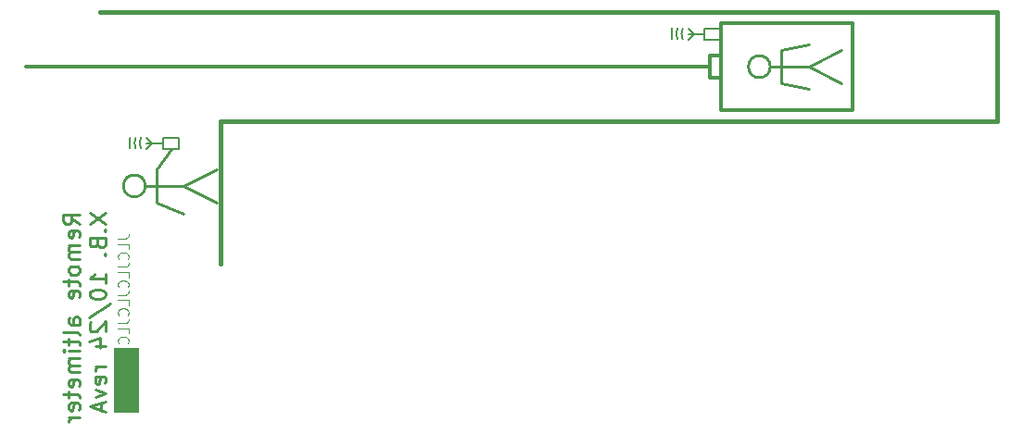
<source format=gbr>
%TF.GenerationSoftware,KiCad,Pcbnew,8.0.5-unknown-202409181836~355805756e~ubuntu24.04.1*%
%TF.CreationDate,2024-09-22T17:28:34+02:00*%
%TF.ProjectId,elevator_altimeter,656c6576-6174-46f7-925f-616c74696d65,rev?*%
%TF.SameCoordinates,Original*%
%TF.FileFunction,Legend,Bot*%
%TF.FilePolarity,Positive*%
%FSLAX46Y46*%
G04 Gerber Fmt 4.6, Leading zero omitted, Abs format (unit mm)*
G04 Created by KiCad (PCBNEW 8.0.5-unknown-202409181836~355805756e~ubuntu24.04.1) date 2024-09-22 17:28:34*
%MOMM*%
%LPD*%
G01*
G04 APERTURE LIST*
%ADD10C,0.200000*%
%ADD11C,0.250000*%
%ADD12C,0.300000*%
%ADD13C,0.400000*%
%ADD14C,0.100000*%
%ADD15C,0.260000*%
G04 APERTURE END LIST*
D10*
X40499999Y-62750000D02*
X40499999Y-61750000D01*
X37499999Y-62250000D02*
X37999999Y-62250000D01*
X38999999Y-62750000D02*
X38999999Y-61750000D01*
X36500000Y-62750000D02*
G75*
G02*
X36500000Y-61750000I1499999J500000D01*
G01*
X37000000Y-62750000D02*
G75*
G02*
X37000000Y-61750000I999999J500000D01*
G01*
X37499999Y-61750000D02*
X37999999Y-62250000D01*
X37999999Y-62250000D02*
X38999999Y-62250000D01*
X36000000Y-62750000D02*
G75*
G02*
X36000000Y-61750000I1999999J500000D01*
G01*
X37499999Y-62750000D02*
X37999999Y-62250000D01*
X38999999Y-62750000D02*
X40499999Y-62750000D01*
X38999999Y-61750000D02*
X40499999Y-61750000D01*
D11*
X38399999Y-67650000D02*
X38399999Y-64650000D01*
X37399999Y-66150000D02*
G75*
G02*
X35399999Y-66150000I-1000000J0D01*
G01*
X35399999Y-66150000D02*
G75*
G02*
X37399999Y-66150000I1000000J0D01*
G01*
X38399999Y-67650000D02*
X40899999Y-68700000D01*
X40899999Y-66150000D02*
X43899999Y-64650000D01*
X40899999Y-66150000D02*
X43899999Y-67650000D01*
X37399999Y-66150000D02*
X40899999Y-66150000D01*
X38399999Y-64650000D02*
X39749999Y-62750000D01*
D12*
X26500000Y-55250000D02*
X89000000Y-55250000D01*
D10*
X85500001Y-52750000D02*
G75*
G02*
X85500001Y-51750000I1999999J500000D01*
G01*
X86000001Y-52750000D02*
G75*
G02*
X86000001Y-51750000I1499999J500000D01*
G01*
X86500001Y-52750000D02*
G75*
G02*
X86500001Y-51750000I999999J500000D01*
G01*
X87000000Y-52750000D02*
X87500000Y-52250000D01*
X87000000Y-52250000D02*
X87500000Y-52250000D01*
X87000000Y-51750000D02*
X87500000Y-52250000D01*
X87500000Y-52250000D02*
X88500000Y-52250000D01*
X88500000Y-52750000D02*
X90000000Y-52750000D01*
X88500000Y-52750000D02*
X88500000Y-51750000D01*
X88500000Y-51750000D02*
X90000000Y-51750000D01*
D11*
X95500000Y-56750000D02*
X98000000Y-57250000D01*
X95500000Y-53750000D02*
X98000000Y-53250000D01*
X95500000Y-56750000D02*
X95500000Y-53750000D01*
X94500000Y-55250000D02*
X98000000Y-55250000D01*
X94500000Y-55250000D02*
G75*
G02*
X92500000Y-55250000I-1000000J0D01*
G01*
X92500000Y-55250000D02*
G75*
G02*
X94500000Y-55250000I1000000J0D01*
G01*
X98000000Y-55250000D02*
X101000000Y-56750000D01*
X98000000Y-55250000D02*
X101000000Y-53750000D01*
D12*
X89000000Y-54250000D02*
X90000000Y-54250000D01*
X90000000Y-56250000D01*
X89000000Y-56250000D01*
X89000000Y-54250000D01*
X90000000Y-51250000D02*
X102000000Y-51250000D01*
X102000000Y-59250000D01*
X90000000Y-59250000D01*
X90000000Y-51250000D01*
D13*
X33249999Y-50250000D02*
X115249999Y-50250000D01*
X44249999Y-73250000D02*
X44249999Y-60250000D01*
X44249999Y-60250000D02*
X115249999Y-60250000D01*
X115249999Y-60250000D02*
X115249999Y-50250000D01*
D14*
X34500000Y-81000000D02*
X36700000Y-81000000D01*
X36700000Y-86800000D01*
X34500000Y-86800000D01*
X34500000Y-81000000D01*
G36*
X34500000Y-81000000D02*
G01*
X36700000Y-81000000D01*
X36700000Y-86800000D01*
X34500000Y-86800000D01*
X34500000Y-81000000D01*
G37*
D15*
X31387992Y-69635337D02*
X30673706Y-69135337D01*
X31387992Y-68778194D02*
X29887992Y-68778194D01*
X29887992Y-68778194D02*
X29887992Y-69349623D01*
X29887992Y-69349623D02*
X29959421Y-69492480D01*
X29959421Y-69492480D02*
X30030849Y-69563909D01*
X30030849Y-69563909D02*
X30173706Y-69635337D01*
X30173706Y-69635337D02*
X30387992Y-69635337D01*
X30387992Y-69635337D02*
X30530849Y-69563909D01*
X30530849Y-69563909D02*
X30602278Y-69492480D01*
X30602278Y-69492480D02*
X30673706Y-69349623D01*
X30673706Y-69349623D02*
X30673706Y-68778194D01*
X31316564Y-70849623D02*
X31387992Y-70706766D01*
X31387992Y-70706766D02*
X31387992Y-70421052D01*
X31387992Y-70421052D02*
X31316564Y-70278194D01*
X31316564Y-70278194D02*
X31173706Y-70206766D01*
X31173706Y-70206766D02*
X30602278Y-70206766D01*
X30602278Y-70206766D02*
X30459421Y-70278194D01*
X30459421Y-70278194D02*
X30387992Y-70421052D01*
X30387992Y-70421052D02*
X30387992Y-70706766D01*
X30387992Y-70706766D02*
X30459421Y-70849623D01*
X30459421Y-70849623D02*
X30602278Y-70921052D01*
X30602278Y-70921052D02*
X30745135Y-70921052D01*
X30745135Y-70921052D02*
X30887992Y-70206766D01*
X31387992Y-71563908D02*
X30387992Y-71563908D01*
X30530849Y-71563908D02*
X30459421Y-71635337D01*
X30459421Y-71635337D02*
X30387992Y-71778194D01*
X30387992Y-71778194D02*
X30387992Y-71992480D01*
X30387992Y-71992480D02*
X30459421Y-72135337D01*
X30459421Y-72135337D02*
X30602278Y-72206766D01*
X30602278Y-72206766D02*
X31387992Y-72206766D01*
X30602278Y-72206766D02*
X30459421Y-72278194D01*
X30459421Y-72278194D02*
X30387992Y-72421051D01*
X30387992Y-72421051D02*
X30387992Y-72635337D01*
X30387992Y-72635337D02*
X30459421Y-72778194D01*
X30459421Y-72778194D02*
X30602278Y-72849623D01*
X30602278Y-72849623D02*
X31387992Y-72849623D01*
X31387992Y-73778194D02*
X31316564Y-73635337D01*
X31316564Y-73635337D02*
X31245135Y-73563908D01*
X31245135Y-73563908D02*
X31102278Y-73492480D01*
X31102278Y-73492480D02*
X30673706Y-73492480D01*
X30673706Y-73492480D02*
X30530849Y-73563908D01*
X30530849Y-73563908D02*
X30459421Y-73635337D01*
X30459421Y-73635337D02*
X30387992Y-73778194D01*
X30387992Y-73778194D02*
X30387992Y-73992480D01*
X30387992Y-73992480D02*
X30459421Y-74135337D01*
X30459421Y-74135337D02*
X30530849Y-74206766D01*
X30530849Y-74206766D02*
X30673706Y-74278194D01*
X30673706Y-74278194D02*
X31102278Y-74278194D01*
X31102278Y-74278194D02*
X31245135Y-74206766D01*
X31245135Y-74206766D02*
X31316564Y-74135337D01*
X31316564Y-74135337D02*
X31387992Y-73992480D01*
X31387992Y-73992480D02*
X31387992Y-73778194D01*
X30387992Y-74706766D02*
X30387992Y-75278194D01*
X29887992Y-74921051D02*
X31173706Y-74921051D01*
X31173706Y-74921051D02*
X31316564Y-74992480D01*
X31316564Y-74992480D02*
X31387992Y-75135337D01*
X31387992Y-75135337D02*
X31387992Y-75278194D01*
X31316564Y-76349623D02*
X31387992Y-76206766D01*
X31387992Y-76206766D02*
X31387992Y-75921052D01*
X31387992Y-75921052D02*
X31316564Y-75778194D01*
X31316564Y-75778194D02*
X31173706Y-75706766D01*
X31173706Y-75706766D02*
X30602278Y-75706766D01*
X30602278Y-75706766D02*
X30459421Y-75778194D01*
X30459421Y-75778194D02*
X30387992Y-75921052D01*
X30387992Y-75921052D02*
X30387992Y-76206766D01*
X30387992Y-76206766D02*
X30459421Y-76349623D01*
X30459421Y-76349623D02*
X30602278Y-76421052D01*
X30602278Y-76421052D02*
X30745135Y-76421052D01*
X30745135Y-76421052D02*
X30887992Y-75706766D01*
X31387992Y-78849623D02*
X30602278Y-78849623D01*
X30602278Y-78849623D02*
X30459421Y-78778194D01*
X30459421Y-78778194D02*
X30387992Y-78635337D01*
X30387992Y-78635337D02*
X30387992Y-78349623D01*
X30387992Y-78349623D02*
X30459421Y-78206765D01*
X31316564Y-78849623D02*
X31387992Y-78706765D01*
X31387992Y-78706765D02*
X31387992Y-78349623D01*
X31387992Y-78349623D02*
X31316564Y-78206765D01*
X31316564Y-78206765D02*
X31173706Y-78135337D01*
X31173706Y-78135337D02*
X31030849Y-78135337D01*
X31030849Y-78135337D02*
X30887992Y-78206765D01*
X30887992Y-78206765D02*
X30816564Y-78349623D01*
X30816564Y-78349623D02*
X30816564Y-78706765D01*
X30816564Y-78706765D02*
X30745135Y-78849623D01*
X31387992Y-79778194D02*
X31316564Y-79635337D01*
X31316564Y-79635337D02*
X31173706Y-79563908D01*
X31173706Y-79563908D02*
X29887992Y-79563908D01*
X30387992Y-80135337D02*
X30387992Y-80706765D01*
X29887992Y-80349622D02*
X31173706Y-80349622D01*
X31173706Y-80349622D02*
X31316564Y-80421051D01*
X31316564Y-80421051D02*
X31387992Y-80563908D01*
X31387992Y-80563908D02*
X31387992Y-80706765D01*
X31387992Y-81206765D02*
X30387992Y-81206765D01*
X29887992Y-81206765D02*
X29959421Y-81135337D01*
X29959421Y-81135337D02*
X30030849Y-81206765D01*
X30030849Y-81206765D02*
X29959421Y-81278194D01*
X29959421Y-81278194D02*
X29887992Y-81206765D01*
X29887992Y-81206765D02*
X30030849Y-81206765D01*
X31387992Y-81921051D02*
X30387992Y-81921051D01*
X30530849Y-81921051D02*
X30459421Y-81992480D01*
X30459421Y-81992480D02*
X30387992Y-82135337D01*
X30387992Y-82135337D02*
X30387992Y-82349623D01*
X30387992Y-82349623D02*
X30459421Y-82492480D01*
X30459421Y-82492480D02*
X30602278Y-82563909D01*
X30602278Y-82563909D02*
X31387992Y-82563909D01*
X30602278Y-82563909D02*
X30459421Y-82635337D01*
X30459421Y-82635337D02*
X30387992Y-82778194D01*
X30387992Y-82778194D02*
X30387992Y-82992480D01*
X30387992Y-82992480D02*
X30459421Y-83135337D01*
X30459421Y-83135337D02*
X30602278Y-83206766D01*
X30602278Y-83206766D02*
X31387992Y-83206766D01*
X31316564Y-84492480D02*
X31387992Y-84349623D01*
X31387992Y-84349623D02*
X31387992Y-84063909D01*
X31387992Y-84063909D02*
X31316564Y-83921051D01*
X31316564Y-83921051D02*
X31173706Y-83849623D01*
X31173706Y-83849623D02*
X30602278Y-83849623D01*
X30602278Y-83849623D02*
X30459421Y-83921051D01*
X30459421Y-83921051D02*
X30387992Y-84063909D01*
X30387992Y-84063909D02*
X30387992Y-84349623D01*
X30387992Y-84349623D02*
X30459421Y-84492480D01*
X30459421Y-84492480D02*
X30602278Y-84563909D01*
X30602278Y-84563909D02*
X30745135Y-84563909D01*
X30745135Y-84563909D02*
X30887992Y-83849623D01*
X30387992Y-84992480D02*
X30387992Y-85563908D01*
X29887992Y-85206765D02*
X31173706Y-85206765D01*
X31173706Y-85206765D02*
X31316564Y-85278194D01*
X31316564Y-85278194D02*
X31387992Y-85421051D01*
X31387992Y-85421051D02*
X31387992Y-85563908D01*
X31316564Y-86635337D02*
X31387992Y-86492480D01*
X31387992Y-86492480D02*
X31387992Y-86206766D01*
X31387992Y-86206766D02*
X31316564Y-86063908D01*
X31316564Y-86063908D02*
X31173706Y-85992480D01*
X31173706Y-85992480D02*
X30602278Y-85992480D01*
X30602278Y-85992480D02*
X30459421Y-86063908D01*
X30459421Y-86063908D02*
X30387992Y-86206766D01*
X30387992Y-86206766D02*
X30387992Y-86492480D01*
X30387992Y-86492480D02*
X30459421Y-86635337D01*
X30459421Y-86635337D02*
X30602278Y-86706766D01*
X30602278Y-86706766D02*
X30745135Y-86706766D01*
X30745135Y-86706766D02*
X30887992Y-85992480D01*
X31387992Y-87349622D02*
X30387992Y-87349622D01*
X30673706Y-87349622D02*
X30530849Y-87421051D01*
X30530849Y-87421051D02*
X30459421Y-87492480D01*
X30459421Y-87492480D02*
X30387992Y-87635337D01*
X30387992Y-87635337D02*
X30387992Y-87778194D01*
X32302908Y-68635337D02*
X33802908Y-69635337D01*
X32302908Y-69635337D02*
X33802908Y-68635337D01*
X33660051Y-70206765D02*
X33731480Y-70278194D01*
X33731480Y-70278194D02*
X33802908Y-70206765D01*
X33802908Y-70206765D02*
X33731480Y-70135337D01*
X33731480Y-70135337D02*
X33660051Y-70206765D01*
X33660051Y-70206765D02*
X33802908Y-70206765D01*
X33017194Y-71421051D02*
X33088622Y-71635337D01*
X33088622Y-71635337D02*
X33160051Y-71706766D01*
X33160051Y-71706766D02*
X33302908Y-71778194D01*
X33302908Y-71778194D02*
X33517194Y-71778194D01*
X33517194Y-71778194D02*
X33660051Y-71706766D01*
X33660051Y-71706766D02*
X33731480Y-71635337D01*
X33731480Y-71635337D02*
X33802908Y-71492480D01*
X33802908Y-71492480D02*
X33802908Y-70921051D01*
X33802908Y-70921051D02*
X32302908Y-70921051D01*
X32302908Y-70921051D02*
X32302908Y-71421051D01*
X32302908Y-71421051D02*
X32374337Y-71563909D01*
X32374337Y-71563909D02*
X32445765Y-71635337D01*
X32445765Y-71635337D02*
X32588622Y-71706766D01*
X32588622Y-71706766D02*
X32731480Y-71706766D01*
X32731480Y-71706766D02*
X32874337Y-71635337D01*
X32874337Y-71635337D02*
X32945765Y-71563909D01*
X32945765Y-71563909D02*
X33017194Y-71421051D01*
X33017194Y-71421051D02*
X33017194Y-70921051D01*
X33660051Y-72421051D02*
X33731480Y-72492480D01*
X33731480Y-72492480D02*
X33802908Y-72421051D01*
X33802908Y-72421051D02*
X33731480Y-72349623D01*
X33731480Y-72349623D02*
X33660051Y-72421051D01*
X33660051Y-72421051D02*
X33802908Y-72421051D01*
X33802908Y-75063909D02*
X33802908Y-74206766D01*
X33802908Y-74635337D02*
X32302908Y-74635337D01*
X32302908Y-74635337D02*
X32517194Y-74492480D01*
X32517194Y-74492480D02*
X32660051Y-74349623D01*
X32660051Y-74349623D02*
X32731480Y-74206766D01*
X32302908Y-75992480D02*
X32302908Y-76135337D01*
X32302908Y-76135337D02*
X32374337Y-76278194D01*
X32374337Y-76278194D02*
X32445765Y-76349623D01*
X32445765Y-76349623D02*
X32588622Y-76421051D01*
X32588622Y-76421051D02*
X32874337Y-76492480D01*
X32874337Y-76492480D02*
X33231480Y-76492480D01*
X33231480Y-76492480D02*
X33517194Y-76421051D01*
X33517194Y-76421051D02*
X33660051Y-76349623D01*
X33660051Y-76349623D02*
X33731480Y-76278194D01*
X33731480Y-76278194D02*
X33802908Y-76135337D01*
X33802908Y-76135337D02*
X33802908Y-75992480D01*
X33802908Y-75992480D02*
X33731480Y-75849623D01*
X33731480Y-75849623D02*
X33660051Y-75778194D01*
X33660051Y-75778194D02*
X33517194Y-75706765D01*
X33517194Y-75706765D02*
X33231480Y-75635337D01*
X33231480Y-75635337D02*
X32874337Y-75635337D01*
X32874337Y-75635337D02*
X32588622Y-75706765D01*
X32588622Y-75706765D02*
X32445765Y-75778194D01*
X32445765Y-75778194D02*
X32374337Y-75849623D01*
X32374337Y-75849623D02*
X32302908Y-75992480D01*
X32231480Y-78206765D02*
X34160051Y-76921051D01*
X32445765Y-78635337D02*
X32374337Y-78706765D01*
X32374337Y-78706765D02*
X32302908Y-78849623D01*
X32302908Y-78849623D02*
X32302908Y-79206765D01*
X32302908Y-79206765D02*
X32374337Y-79349623D01*
X32374337Y-79349623D02*
X32445765Y-79421051D01*
X32445765Y-79421051D02*
X32588622Y-79492480D01*
X32588622Y-79492480D02*
X32731480Y-79492480D01*
X32731480Y-79492480D02*
X32945765Y-79421051D01*
X32945765Y-79421051D02*
X33802908Y-78563908D01*
X33802908Y-78563908D02*
X33802908Y-79492480D01*
X32802908Y-80778194D02*
X33802908Y-80778194D01*
X32231480Y-80421051D02*
X33302908Y-80063908D01*
X33302908Y-80063908D02*
X33302908Y-80992479D01*
X33802908Y-82706764D02*
X32802908Y-82706764D01*
X33088622Y-82706764D02*
X32945765Y-82778193D01*
X32945765Y-82778193D02*
X32874337Y-82849622D01*
X32874337Y-82849622D02*
X32802908Y-82992479D01*
X32802908Y-82992479D02*
X32802908Y-83135336D01*
X33731480Y-84206764D02*
X33802908Y-84063907D01*
X33802908Y-84063907D02*
X33802908Y-83778193D01*
X33802908Y-83778193D02*
X33731480Y-83635335D01*
X33731480Y-83635335D02*
X33588622Y-83563907D01*
X33588622Y-83563907D02*
X33017194Y-83563907D01*
X33017194Y-83563907D02*
X32874337Y-83635335D01*
X32874337Y-83635335D02*
X32802908Y-83778193D01*
X32802908Y-83778193D02*
X32802908Y-84063907D01*
X32802908Y-84063907D02*
X32874337Y-84206764D01*
X32874337Y-84206764D02*
X33017194Y-84278193D01*
X33017194Y-84278193D02*
X33160051Y-84278193D01*
X33160051Y-84278193D02*
X33302908Y-83563907D01*
X32802908Y-84778192D02*
X33802908Y-85135335D01*
X33802908Y-85135335D02*
X32802908Y-85492478D01*
X33374337Y-85992478D02*
X33374337Y-86706764D01*
X33802908Y-85849621D02*
X32302908Y-86349621D01*
X32302908Y-86349621D02*
X33802908Y-86849621D01*
D14*
X34872419Y-70989598D02*
X35586704Y-70989598D01*
X35586704Y-70989598D02*
X35729561Y-70941979D01*
X35729561Y-70941979D02*
X35824800Y-70846741D01*
X35824800Y-70846741D02*
X35872419Y-70703884D01*
X35872419Y-70703884D02*
X35872419Y-70608646D01*
X35872419Y-71941979D02*
X35872419Y-71465789D01*
X35872419Y-71465789D02*
X34872419Y-71465789D01*
X35777180Y-72846741D02*
X35824800Y-72799122D01*
X35824800Y-72799122D02*
X35872419Y-72656265D01*
X35872419Y-72656265D02*
X35872419Y-72561027D01*
X35872419Y-72561027D02*
X35824800Y-72418170D01*
X35824800Y-72418170D02*
X35729561Y-72322932D01*
X35729561Y-72322932D02*
X35634323Y-72275313D01*
X35634323Y-72275313D02*
X35443847Y-72227694D01*
X35443847Y-72227694D02*
X35300990Y-72227694D01*
X35300990Y-72227694D02*
X35110514Y-72275313D01*
X35110514Y-72275313D02*
X35015276Y-72322932D01*
X35015276Y-72322932D02*
X34920038Y-72418170D01*
X34920038Y-72418170D02*
X34872419Y-72561027D01*
X34872419Y-72561027D02*
X34872419Y-72656265D01*
X34872419Y-72656265D02*
X34920038Y-72799122D01*
X34920038Y-72799122D02*
X34967657Y-72846741D01*
X34872419Y-73561027D02*
X35586704Y-73561027D01*
X35586704Y-73561027D02*
X35729561Y-73513408D01*
X35729561Y-73513408D02*
X35824800Y-73418170D01*
X35824800Y-73418170D02*
X35872419Y-73275313D01*
X35872419Y-73275313D02*
X35872419Y-73180075D01*
X35872419Y-74513408D02*
X35872419Y-74037218D01*
X35872419Y-74037218D02*
X34872419Y-74037218D01*
X35777180Y-75418170D02*
X35824800Y-75370551D01*
X35824800Y-75370551D02*
X35872419Y-75227694D01*
X35872419Y-75227694D02*
X35872419Y-75132456D01*
X35872419Y-75132456D02*
X35824800Y-74989599D01*
X35824800Y-74989599D02*
X35729561Y-74894361D01*
X35729561Y-74894361D02*
X35634323Y-74846742D01*
X35634323Y-74846742D02*
X35443847Y-74799123D01*
X35443847Y-74799123D02*
X35300990Y-74799123D01*
X35300990Y-74799123D02*
X35110514Y-74846742D01*
X35110514Y-74846742D02*
X35015276Y-74894361D01*
X35015276Y-74894361D02*
X34920038Y-74989599D01*
X34920038Y-74989599D02*
X34872419Y-75132456D01*
X34872419Y-75132456D02*
X34872419Y-75227694D01*
X34872419Y-75227694D02*
X34920038Y-75370551D01*
X34920038Y-75370551D02*
X34967657Y-75418170D01*
X34872419Y-76132456D02*
X35586704Y-76132456D01*
X35586704Y-76132456D02*
X35729561Y-76084837D01*
X35729561Y-76084837D02*
X35824800Y-75989599D01*
X35824800Y-75989599D02*
X35872419Y-75846742D01*
X35872419Y-75846742D02*
X35872419Y-75751504D01*
X35872419Y-77084837D02*
X35872419Y-76608647D01*
X35872419Y-76608647D02*
X34872419Y-76608647D01*
X35777180Y-77989599D02*
X35824800Y-77941980D01*
X35824800Y-77941980D02*
X35872419Y-77799123D01*
X35872419Y-77799123D02*
X35872419Y-77703885D01*
X35872419Y-77703885D02*
X35824800Y-77561028D01*
X35824800Y-77561028D02*
X35729561Y-77465790D01*
X35729561Y-77465790D02*
X35634323Y-77418171D01*
X35634323Y-77418171D02*
X35443847Y-77370552D01*
X35443847Y-77370552D02*
X35300990Y-77370552D01*
X35300990Y-77370552D02*
X35110514Y-77418171D01*
X35110514Y-77418171D02*
X35015276Y-77465790D01*
X35015276Y-77465790D02*
X34920038Y-77561028D01*
X34920038Y-77561028D02*
X34872419Y-77703885D01*
X34872419Y-77703885D02*
X34872419Y-77799123D01*
X34872419Y-77799123D02*
X34920038Y-77941980D01*
X34920038Y-77941980D02*
X34967657Y-77989599D01*
X34872419Y-78703885D02*
X35586704Y-78703885D01*
X35586704Y-78703885D02*
X35729561Y-78656266D01*
X35729561Y-78656266D02*
X35824800Y-78561028D01*
X35824800Y-78561028D02*
X35872419Y-78418171D01*
X35872419Y-78418171D02*
X35872419Y-78322933D01*
X35872419Y-79656266D02*
X35872419Y-79180076D01*
X35872419Y-79180076D02*
X34872419Y-79180076D01*
X35777180Y-80561028D02*
X35824800Y-80513409D01*
X35824800Y-80513409D02*
X35872419Y-80370552D01*
X35872419Y-80370552D02*
X35872419Y-80275314D01*
X35872419Y-80275314D02*
X35824800Y-80132457D01*
X35824800Y-80132457D02*
X35729561Y-80037219D01*
X35729561Y-80037219D02*
X35634323Y-79989600D01*
X35634323Y-79989600D02*
X35443847Y-79941981D01*
X35443847Y-79941981D02*
X35300990Y-79941981D01*
X35300990Y-79941981D02*
X35110514Y-79989600D01*
X35110514Y-79989600D02*
X35015276Y-80037219D01*
X35015276Y-80037219D02*
X34920038Y-80132457D01*
X34920038Y-80132457D02*
X34872419Y-80275314D01*
X34872419Y-80275314D02*
X34872419Y-80370552D01*
X34872419Y-80370552D02*
X34920038Y-80513409D01*
X34920038Y-80513409D02*
X34967657Y-80561028D01*
M02*

</source>
